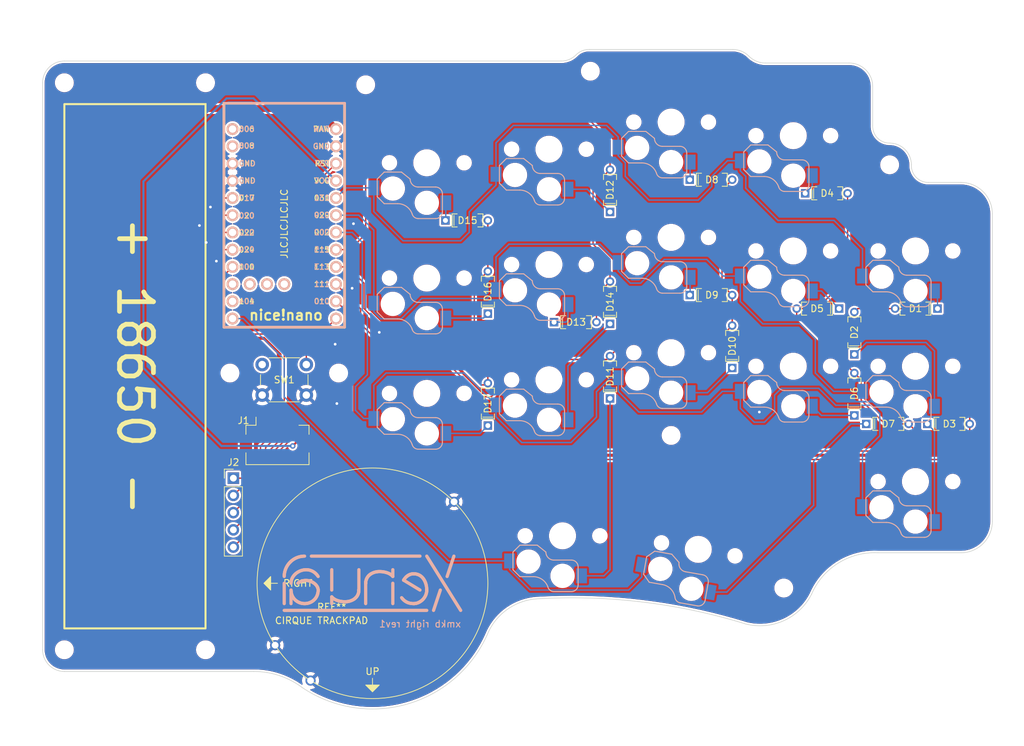
<source format=kicad_pcb>
(kicad_pcb (version 20211014) (generator pcbnew)

  (general
    (thickness 1.6)
  )

  (paper "A4")
  (layers
    (0 "F.Cu" signal)
    (31 "B.Cu" signal)
    (32 "B.Adhes" user "B.Adhesive")
    (33 "F.Adhes" user "F.Adhesive")
    (34 "B.Paste" user)
    (35 "F.Paste" user)
    (36 "B.SilkS" user "B.Silkscreen")
    (37 "F.SilkS" user "F.Silkscreen")
    (38 "B.Mask" user)
    (39 "F.Mask" user)
    (40 "Dwgs.User" user "User.Drawings")
    (41 "Cmts.User" user "User.Comments")
    (42 "Eco1.User" user "User.Eco1")
    (43 "Eco2.User" user "User.Eco2")
    (44 "Edge.Cuts" user)
    (45 "Margin" user)
    (46 "B.CrtYd" user "B.Courtyard")
    (47 "F.CrtYd" user "F.Courtyard")
    (48 "B.Fab" user)
    (49 "F.Fab" user)
    (50 "User.1" user)
    (51 "User.2" user)
    (52 "User.3" user)
    (53 "User.4" user)
    (54 "User.5" user)
    (55 "User.6" user)
    (56 "User.7" user)
    (57 "User.8" user)
    (58 "User.9" user)
  )

  (setup
    (stackup
      (layer "F.SilkS" (type "Top Silk Screen"))
      (layer "F.Paste" (type "Top Solder Paste"))
      (layer "F.Mask" (type "Top Solder Mask") (thickness 0.01))
      (layer "F.Cu" (type "copper") (thickness 0.035))
      (layer "dielectric 1" (type "core") (thickness 1.51) (material "FR4") (epsilon_r 4.5) (loss_tangent 0.02))
      (layer "B.Cu" (type "copper") (thickness 0.035))
      (layer "B.Mask" (type "Bottom Solder Mask") (thickness 0.01))
      (layer "B.Paste" (type "Bottom Solder Paste"))
      (layer "B.SilkS" (type "Bottom Silk Screen"))
      (copper_finish "None")
      (dielectric_constraints no)
    )
    (pad_to_mask_clearance 0)
    (pcbplotparams
      (layerselection 0x00010fc_ffffffff)
      (disableapertmacros false)
      (usegerberextensions false)
      (usegerberattributes true)
      (usegerberadvancedattributes true)
      (creategerberjobfile true)
      (svguseinch false)
      (svgprecision 6)
      (excludeedgelayer true)
      (plotframeref false)
      (viasonmask false)
      (mode 1)
      (useauxorigin false)
      (hpglpennumber 1)
      (hpglpenspeed 20)
      (hpglpendiameter 15.000000)
      (dxfpolygonmode true)
      (dxfimperialunits true)
      (dxfusepcbnewfont true)
      (psnegative false)
      (psa4output false)
      (plotreference true)
      (plotvalue true)
      (plotinvisibletext false)
      (sketchpadsonfab false)
      (subtractmaskfromsilk false)
      (outputformat 1)
      (mirror false)
      (drillshape 1)
      (scaleselection 1)
      (outputdirectory "")
    )
  )

  (net 0 "")
  (net 1 "/TRACK_SCK")
  (net 2 "/TRACK_CIPO")
  (net 3 "/TRACK_CS")
  (net 4 "/TRACK_DATA_READY")
  (net 5 "/TRACK_COPI")
  (net 6 "/TRACK_BTN2")
  (net 7 "/TRACK_BTN3")
  (net 8 "/TRACK_BTN1")
  (net 9 "/TRACK_SCL")
  (net 10 "/TRACK_SDA")
  (net 11 "GND")
  (net 12 "VCC")
  (net 13 "/RST")
  (net 14 "Net-(BT1-Pad1)")
  (net 15 "Net-(D1-Pad1)")
  (net 16 "C_PINKY")
  (net 17 "Net-(D2-Pad1)")
  (net 18 "Net-(D3-Pad1)")
  (net 19 "Net-(D4-Pad1)")
  (net 20 "C_RING")
  (net 21 "Net-(D5-Pad1)")
  (net 22 "Net-(D6-Pad1)")
  (net 23 "Net-(D7-Pad1)")
  (net 24 "Net-(D8-Pad1)")
  (net 25 "C_MIDDLE")
  (net 26 "Net-(D9-Pad1)")
  (net 27 "Net-(D10-Pad1)")
  (net 28 "Net-(D11-Pad1)")
  (net 29 "Net-(D12-Pad1)")
  (net 30 "C_INDEX")
  (net 31 "Net-(D13-Pad1)")
  (net 32 "Net-(D14-Pad1)")
  (net 33 "Net-(D15-Pad1)")
  (net 34 "C_INNER")
  (net 35 "Net-(D16-Pad1)")
  (net 36 "Net-(D17-Pad1)")
  (net 37 "R_TOP")
  (net 38 "R_HOME")
  (net 39 "R_BOTTOM")
  (net 40 "R_THUMB")
  (net 41 "unconnected-(U1-Pad33)")
  (net 42 "unconnected-(U1-Pad32)")
  (net 43 "unconnected-(U1-Pad31)")
  (net 44 "unconnected-(U1-Pad11)")
  (net 45 "unconnected-(U1-Pad10)")
  (net 46 "unconnected-(U1-Pad2)")
  (net 47 "unconnected-(U1-Pad1)")

  (footprint "1N4148:DIOAD829W49L456D191" (layer "F.Cu") (at 186 83 90))

  (footprint "MountingHole:MountingHole_2.2mm_M2" (layer "F.Cu") (at 148 95))

  (footprint "mbk:Choc-1u" (layer "F.Cu") (at 177 81))

  (footprint "mbk:Choc-1u" (layer "F.Cu") (at 217 121 -10))

  (footprint "1N4148:DIOAD829W49L456D191" (layer "F.Cu") (at 240 98 90))

  (footprint "MountingHole:MountingHole_2.2mm_M2" (layer "F.Cu") (at 201.1 50.5))

  (footprint "mbk:Choc-1u" (layer "F.Cu") (at 249 77))

  (footprint "1N4148:DIOAD829W49L456D191" (layer "F.Cu") (at 204 68 90))

  (footprint "Connector_PinHeader_2.54mm:PinHeader_1x05_P2.54mm_Vertical" (layer "F.Cu") (at 148.5 110.5))

  (footprint "MountingHole:MountingHole_2.2mm_M2" (layer "F.Cu") (at 245.2 64.3))

  (footprint "MountingHole:MountingHole_2.2mm_M2" (layer "F.Cu") (at 123.6 52.2))

  (footprint "mbk:Choc-1u" (layer "F.Cu") (at 177 98))

  (footprint "1N4148:DIOAD829W49L456D191" (layer "F.Cu") (at 186 99.5 90))

  (footprint "1N4148:DIOAD829W49L456D191" (layer "F.Cu") (at 219 66.5))

  (footprint "mbk:Choc-1u" (layer "F.Cu") (at 231 94))

  (footprint "1N4148:DIOAD829W49L456D191" (layer "F.Cu") (at 204 84.5 90))

  (footprint "xenua:BatteryHolder_18650_SMD" (layer "F.Cu") (at 134 94 -90))

  (footprint "mbk:Choc-1u" (layer "F.Cu") (at 195 79))

  (footprint "mbk:Choc-1u" (layer "F.Cu") (at 195 96))

  (footprint "1N4148:DIOAD829W49L456D191" (layer "F.Cu") (at 254 102.5))

  (footprint "MountingHole:MountingHole_2.2mm_M2" (layer "F.Cu") (at 144.4 135.8))

  (footprint "mbk:Choc-1u" (layer "F.Cu") (at 231 77))

  (footprint "mbk:Choc-1u" (layer "F.Cu") (at 249 111))

  (footprint "1N4148:DIOAD829W49L456D191" (layer "F.Cu") (at 199 87.5))

  (footprint "1N4148:DIOAD829W49L456D191" (layer "F.Cu") (at 249 85.5 180))

  (footprint "mbk:Choc-1u" (layer "F.Cu") (at 231 60))

  (footprint "1N4148:DIOAD829W49L456D191" (layer "F.Cu") (at 236 68.5))

  (footprint "mbk:Choc-1u" (layer "F.Cu") (at 195 62))

  (footprint "Connector_FFC-FPC:Hirose_FH12-12S-0.5SH_1x12-1MP_P0.50mm_Horizontal" (layer "F.Cu") (at 155 104))

  (footprint "MountingHole:MountingHole_2.2mm_M2" (layer "F.Cu") (at 164 95))

  (footprint "MountingHole:MountingHole_2.2mm_M2" (layer "F.Cu") (at 229.6 126.7))

  (footprint "mbk:Choc-1u" (layer "F.Cu") (at 197 119))

  (footprint "1N4148:DIOAD829W49L456D191" (layer "F.Cu") (at 234.5 85.5 180))

  (footprint "mbk:Choc-1u" (layer "F.Cu") (at 213 58))

  (footprint "1N4148:DIOAD829W49L456D191" (layer "F.Cu") (at 219 83.5))

  (footprint "MountingHole:MountingHole_2.2mm_M2" (layer "F.Cu") (at 144.4 52.2))

  (footprint "mbk:Choc-1u" (layer "F.Cu") (at 213 92))

  (footprint "MountingHole:MountingHole_2.2mm_M2" (layer "F.Cu") (at 213 104.2))

  (footprint "cirque:cirque_TM035035" (layer "F.Cu") (at 169 126 180))

  (footprint "MountingHole:MountingHole_2.2mm_M2" (layer "F.Cu") (at 123.6 135.8))

  (footprint "mbk:Choc-1u" (layer "F.Cu") (at 249 94))

  (footprint "1N4148:DIOAD829W49L456D191" (layer "F.Cu") (at 204 95.5 90))

  (footprint "1N4148:DIOAD829W49L456D191" (layer "F.Cu")
    (tedit 6235BD20) (tstamp d28dbc72-4d34-48a5-a32e-b7fe15c48e16)
    (at 245 102.5)
    (property "Sheetfile" "right.kicad_sch")
    (property "Sheetname" "")
    (path "/aac3b6c6-7b1e-42f3-87ed-0fe6bc10295a")
    (attr through_hole)
    (fp_text reference "D7" (at 0 0) (layer "F.SilkS")
      (effects (font (size 1.000102 1.000102) (thickness 0.15)))
      (tstamp e4590d81-d7f0-4cae-992a-57b5eb7b5833)
    )
    (fp_text value "D_Small" (at 0 2) (layer "F.Fab")
      (effects (font (size 1.001921 1.001921) (thickness 0.15)))
      (tstamp 1a93aa00-c6ae-496b-83b5-4dc22b9bfd16)
    )
    (fp_line (start -2.28 -0.96) (end -2.28 0) (layer "F.SilkS") (width 0.127) (tstamp 054bbba6-4d95-407e-9592-657b962e9da5))
    (fp_line (start -2.28 0) (end -2.28 0.95) (layer "F.SilkS") (width 0.127) (tstamp 5b987518-0214-4b16-a8fb-33c92e49a6c1))
    (fp_line (start -2.28 0.96) (end -1.52 0.96) (layer "F.SilkS") (width 0.127) (tstamp 630ea7c6-0254-4ad7-80dd-5bbb1cb1fec7))
    (fp_line (start 1.52 -0.96) (end 2.28 -0.96) (layer "F.SilkS") (width 0.127) (tstamp 6c93fc46-df92-41f1-9cfc-bc93df76a8b6))
    (fp_line (start -2 -0.75) (end -2 0.75) (layer "F.SilkS") (width 0.12) (tstamp 75e75b83-a92f-467a-8209-6d098f0115df))
    (fp_line (start 2.28 -0.95) (end 2.28 0) (layer "F.SilkS") (width 0.127) (tstamp 9026a5c6-4d49-4f66-9f04-6d3aa410db33))
    (fp_line (start -2.28 -0.96) (end -1.52 -0.96) (layer "F.SilkS") (width 0.127) (tstamp 9973b483-2c65-4a15-acab-2f7e84d94022))
    (fp_line (start 2.28 0) (en
... [1545040 chars truncated]
</source>
